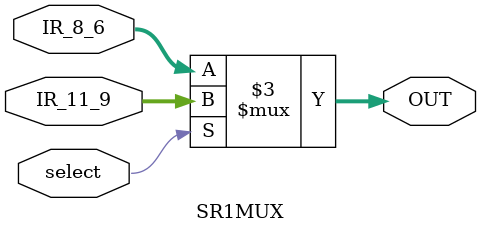
<source format=sv>
module SR1MUX( input logic [2:0] IR_11_9,       //IR[11:9]select = 1
               input logic [2:0] IR_8_6,       //IR[8:6]select = 0
               input logic select,
               output logic [2:0] OUT
             );

/* COMBINATIONAL LOGIC INSIDE MODULE */
    always_comb 
    begin
        if (select)
            OUT = IR_11_9;
        else
            OUT = IR_8_6;
    end 


endmodule  //SR1MUX

  
</source>
